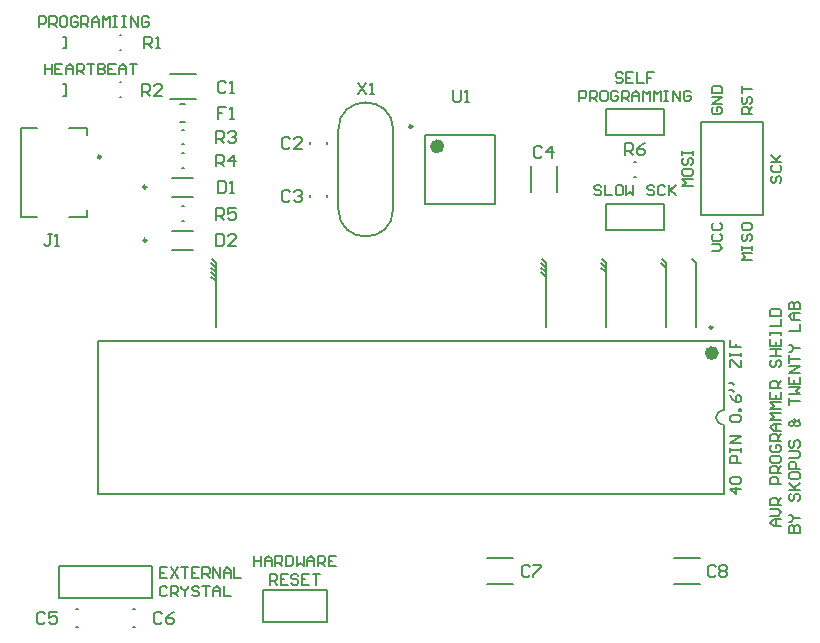
<source format=gbr>
%TF.GenerationSoftware,Altium Limited,Altium Designer,20.2.6 (244)*%
G04 Layer_Color=65535*
%FSLAX26Y26*%
%MOIN*%
%TF.SameCoordinates,5A7C1849-F1A5-4743-A48D-7E663CB7BB3B*%
%TF.FilePolarity,Positive*%
%TF.FileFunction,Legend,Top*%
%TF.Part,Single*%
G01*
G75*
%TA.AperFunction,NonConductor*%
%ADD43C,0.007874*%
%ADD44C,0.009842*%
%ADD45C,0.023622*%
D43*
X2295276Y753346D02*
G03*
X2295276Y703346I0J-25000D01*
G01*
X1010827Y1423228D02*
G03*
X1193898Y1423228I91535J0D01*
G01*
Y1687008D02*
G03*
X1010827Y1687008I-91535J0D01*
G01*
X760236Y47047D02*
X972047D01*
X760236D02*
Y152953D01*
X972047D01*
Y47047D02*
Y152953D01*
X208661Y982284D02*
X2295276D01*
X208661Y474409D02*
X2295276D01*
Y753346D02*
Y982284D01*
Y474409D02*
Y703346D01*
X208661Y474409D02*
Y982284D01*
X2101968Y1028347D02*
Y1238032D01*
Y1243032D01*
X2090000Y1255000D02*
X2101968Y1243032D01*
X1690000Y1255000D02*
X1701968Y1243032D01*
Y1028347D02*
Y1243032D01*
X601968Y1028347D02*
Y1243032D01*
X590000Y1255000D02*
X601968Y1243032D01*
X2201968Y1028347D02*
Y1243032D01*
X2190000Y1255000D02*
X2201968Y1243032D01*
X1901968Y1028347D02*
Y1243032D01*
X1890000Y1255000D02*
X1901968Y1243032D01*
X2088032Y1241968D02*
X2100000Y1230000D01*
X1888032Y1241968D02*
X1900000Y1230000D01*
X1888032Y1226968D02*
X1900000Y1215000D01*
X1688032Y1241968D02*
X1700000Y1230000D01*
X1688032Y1226968D02*
X1700000Y1215000D01*
X1688032Y1211968D02*
X1700000Y1200000D01*
X588032Y1241968D02*
X600000Y1230000D01*
X588032Y1226968D02*
X600000Y1215000D01*
X588032Y1211968D02*
X600000Y1200000D01*
X588032Y1196968D02*
X600000Y1185000D01*
X1301181Y1438976D02*
X1533465D01*
X1301181Y1671260D02*
X1533465D01*
Y1438976D02*
Y1671260D01*
X1301181Y1438976D02*
Y1671260D01*
X327047Y31457D02*
X332953D01*
X327047Y88543D02*
X332953D01*
X1739291Y1480315D02*
Y1566929D01*
X1654646Y1480315D02*
Y1566929D01*
X916339Y1640748D02*
Y1646654D01*
X973425Y1640748D02*
Y1646654D01*
Y1463583D02*
Y1469488D01*
X916339Y1463583D02*
Y1469488D01*
X1193898Y1423228D02*
Y1687008D01*
X1010827Y1423228D02*
Y1687008D01*
X1903740Y1354331D02*
Y1440945D01*
Y1354331D02*
X2096260D01*
Y1440945D01*
X1903740D02*
X2096260D01*
Y1669291D02*
Y1755906D01*
X1903740D02*
X2096260D01*
X1903740Y1669291D02*
Y1755906D01*
Y1669291D02*
X2096260D01*
X2128661Y258858D02*
X2215276D01*
X2128661Y174213D02*
X2215276D01*
X137047Y31457D02*
X142953D01*
X137047Y88543D02*
X142953D01*
X79094Y127047D02*
Y232953D01*
Y127047D02*
X390906D01*
Y232953D01*
X79094D02*
X390906D01*
X172835Y1671260D02*
Y1692913D01*
X113780D02*
X172835D01*
X-47638D02*
X7480D01*
X-47638Y1397638D02*
X7480D01*
X113780D02*
X172835D01*
Y1419291D01*
X-47638Y1397638D02*
Y1692913D01*
X483268Y1712598D02*
X500984D01*
X483268Y1771654D02*
X500984D01*
X489267Y1638780D02*
X494985D01*
X489267Y1687992D02*
X494985D01*
X489267Y1560039D02*
X494985D01*
X489267Y1609252D02*
X494985D01*
X489267Y1382874D02*
X494985D01*
X489267Y1432087D02*
X494985D01*
X457677Y1287401D02*
X526575D01*
X457677Y1350394D02*
X526575D01*
X457677Y1464567D02*
X526575D01*
X457677Y1527559D02*
X526575D01*
X1997141Y1530512D02*
X2002859D01*
X1997141Y1579724D02*
X2002859D01*
X2219882Y1713386D02*
X2425787D01*
X2219882Y1401575D02*
Y1713386D01*
X2425787Y1401575D02*
Y1713386D01*
X2219882Y1401575D02*
X2425787D01*
X1506693Y174213D02*
X1593307D01*
X1506693Y258858D02*
X1593307D01*
X448819Y1873032D02*
X535433D01*
X448819Y1788386D02*
X535433D01*
X282575Y1845472D02*
X288292D01*
X282575Y1796260D02*
X288292D01*
X104331Y1801181D02*
Y1840551D01*
X92520D02*
X104331D01*
X92520Y1801181D02*
X104331D01*
X282575Y2002953D02*
X288292D01*
X282575Y1953740D02*
X288292D01*
X104331Y1958661D02*
Y1998032D01*
X92520D02*
X104331D01*
X92520Y1958661D02*
X104331D01*
X730359Y267665D02*
Y232243D01*
Y249954D01*
X753973D01*
Y267665D01*
Y232243D01*
X765780D02*
Y255857D01*
X777588Y267665D01*
X789395Y255857D01*
Y232243D01*
Y249954D01*
X765780D01*
X801202Y232243D02*
Y267665D01*
X818913D01*
X824817Y261761D01*
Y249954D01*
X818913Y244050D01*
X801202D01*
X813009D02*
X824817Y232243D01*
X836624Y267665D02*
Y232243D01*
X854335D01*
X860238Y238147D01*
Y261761D01*
X854335Y267665D01*
X836624D01*
X872045D02*
Y232243D01*
X883852Y244050D01*
X895660Y232243D01*
Y267665D01*
X907467Y232243D02*
Y255857D01*
X919274Y267665D01*
X931081Y255857D01*
Y232243D01*
Y249954D01*
X907467D01*
X942889Y232243D02*
Y267665D01*
X960599D01*
X966503Y261761D01*
Y249954D01*
X960599Y244050D01*
X942889D01*
X954696D02*
X966503Y232243D01*
X1001924Y267665D02*
X978310D01*
Y232243D01*
X1001924D01*
X978310Y249954D02*
X990117D01*
X783491Y170839D02*
Y206261D01*
X801202D01*
X807106Y200357D01*
Y188550D01*
X801202Y182647D01*
X783491D01*
X795298D02*
X807106Y170839D01*
X842527Y206261D02*
X818913D01*
Y170839D01*
X842527D01*
X818913Y188550D02*
X830720D01*
X877949Y200357D02*
X872045Y206261D01*
X860238D01*
X854335Y200357D01*
Y194454D01*
X860238Y188550D01*
X872045D01*
X877949Y182647D01*
Y176743D01*
X872045Y170839D01*
X860238D01*
X854335Y176743D01*
X913370Y206261D02*
X889756D01*
Y170839D01*
X913370D01*
X889756Y188550D02*
X901563D01*
X925178Y206261D02*
X948792D01*
X936985D01*
Y170839D01*
X440111Y228413D02*
X416496D01*
Y192991D01*
X440111D01*
X416496Y210702D02*
X428303D01*
X451918Y228413D02*
X475532Y192991D01*
Y228413D02*
X451918Y192991D01*
X487339Y228413D02*
X510954D01*
X499147D01*
Y192991D01*
X546375Y228413D02*
X522761D01*
Y192991D01*
X546375D01*
X522761Y210702D02*
X534568D01*
X558183Y192991D02*
Y228413D01*
X575893D01*
X581797Y222509D01*
Y210702D01*
X575893Y204798D01*
X558183D01*
X569990D02*
X581797Y192991D01*
X593604D02*
Y228413D01*
X617218Y192991D01*
Y228413D01*
X629026Y192991D02*
Y216605D01*
X640833Y228413D01*
X652640Y216605D01*
Y192991D01*
Y210702D01*
X629026D01*
X664447Y228413D02*
Y192991D01*
X688062D01*
X440111Y161106D02*
X434207Y167009D01*
X422400D01*
X416496Y161106D01*
Y137491D01*
X422400Y131588D01*
X434207D01*
X440111Y137491D01*
X451918Y131588D02*
Y167009D01*
X469628D01*
X475532Y161106D01*
Y149298D01*
X469628Y143395D01*
X451918D01*
X463725D02*
X475532Y131588D01*
X487339Y167009D02*
Y161106D01*
X499147Y149298D01*
X510954Y161106D01*
Y167009D01*
X499147Y149298D02*
Y131588D01*
X546375Y161106D02*
X540472Y167009D01*
X528664D01*
X522761Y161106D01*
Y155202D01*
X528664Y149298D01*
X540472D01*
X546375Y143395D01*
Y137491D01*
X540472Y131588D01*
X528664D01*
X522761Y137491D01*
X558183Y167009D02*
X581797D01*
X569990D01*
Y131588D01*
X593604D02*
Y155202D01*
X605411Y167009D01*
X617218Y155202D01*
Y131588D01*
Y149298D01*
X593604D01*
X629026Y167009D02*
Y131588D01*
X652640D01*
X1958675Y1873218D02*
X1952771Y1879121D01*
X1940964D01*
X1935060Y1873218D01*
Y1867314D01*
X1940964Y1861410D01*
X1952771D01*
X1958675Y1855507D01*
Y1849603D01*
X1952771Y1843700D01*
X1940964D01*
X1935060Y1849603D01*
X1994096Y1879121D02*
X1970482D01*
Y1843700D01*
X1994096D01*
X1970482Y1861410D02*
X1982289D01*
X2005904Y1879121D02*
Y1843700D01*
X2029518D01*
X2064940Y1879121D02*
X2041325D01*
Y1861410D01*
X2053132D01*
X2041325D01*
Y1843700D01*
X1814037Y1782296D02*
Y1817718D01*
X1831747D01*
X1837651Y1811814D01*
Y1800007D01*
X1831747Y1794103D01*
X1814037D01*
X1849458Y1782296D02*
Y1817718D01*
X1867169D01*
X1873073Y1811814D01*
Y1800007D01*
X1867169Y1794103D01*
X1849458D01*
X1861265D02*
X1873073Y1782296D01*
X1902591Y1817718D02*
X1890783D01*
X1884880Y1811814D01*
Y1788200D01*
X1890783Y1782296D01*
X1902591D01*
X1908494Y1788200D01*
Y1811814D01*
X1902591Y1817718D01*
X1943916Y1811814D02*
X1938012Y1817718D01*
X1926205D01*
X1920301Y1811814D01*
Y1788200D01*
X1926205Y1782296D01*
X1938012D01*
X1943916Y1788200D01*
Y1800007D01*
X1932109D01*
X1955723Y1782296D02*
Y1817718D01*
X1973434D01*
X1979337Y1811814D01*
Y1800007D01*
X1973434Y1794103D01*
X1955723D01*
X1967530D02*
X1979337Y1782296D01*
X1991145D02*
Y1805911D01*
X2002952Y1817718D01*
X2014759Y1805911D01*
Y1782296D01*
Y1800007D01*
X1991145D01*
X2026566Y1782296D02*
Y1817718D01*
X2038373Y1805911D01*
X2050181Y1817718D01*
Y1782296D01*
X2061988D02*
Y1817718D01*
X2073795Y1805911D01*
X2085602Y1817718D01*
Y1782296D01*
X2097409Y1817718D02*
X2109217D01*
X2103313D01*
Y1782296D01*
X2097409D01*
X2109217D01*
X2126927D02*
Y1817718D01*
X2150542Y1782296D01*
Y1817718D01*
X2185963Y1811814D02*
X2180060Y1817718D01*
X2168253D01*
X2162349Y1811814D01*
Y1788200D01*
X2168253Y1782296D01*
X2180060D01*
X2185963Y1788200D01*
Y1800007D01*
X2174156D01*
X2487009Y365275D02*
X2463394D01*
X2451587Y377083D01*
X2463394Y388890D01*
X2487009D01*
X2469298D01*
Y365275D01*
X2451587Y400697D02*
X2475202D01*
X2487009Y412504D01*
X2475202Y424311D01*
X2451587D01*
X2487009Y436119D02*
X2451587D01*
Y453829D01*
X2457491Y459733D01*
X2469298D01*
X2475202Y453829D01*
Y436119D01*
Y447926D02*
X2487009Y459733D01*
Y506962D02*
X2451587D01*
Y524673D01*
X2457491Y530576D01*
X2469298D01*
X2475202Y524673D01*
Y506962D01*
X2487009Y542383D02*
X2451587D01*
Y560094D01*
X2457491Y565998D01*
X2469298D01*
X2475202Y560094D01*
Y542383D01*
Y554191D02*
X2487009Y565998D01*
X2451587Y595516D02*
Y583709D01*
X2457491Y577805D01*
X2481105D01*
X2487009Y583709D01*
Y595516D01*
X2481105Y601419D01*
X2457491D01*
X2451587Y595516D01*
X2457491Y636841D02*
X2451587Y630937D01*
Y619130D01*
X2457491Y613227D01*
X2481105D01*
X2487009Y619130D01*
Y630937D01*
X2481105Y636841D01*
X2469298D01*
Y625034D01*
X2487009Y648648D02*
X2451587D01*
Y666359D01*
X2457491Y672263D01*
X2469298D01*
X2475202Y666359D01*
Y648648D01*
Y660455D02*
X2487009Y672263D01*
Y684070D02*
X2463394D01*
X2451587Y695877D01*
X2463394Y707684D01*
X2487009D01*
X2469298D01*
Y684070D01*
X2487009Y719491D02*
X2451587D01*
X2463394Y731299D01*
X2451587Y743106D01*
X2487009D01*
Y754913D02*
X2451587D01*
X2463394Y766720D01*
X2451587Y778527D01*
X2487009D01*
X2451587Y813949D02*
Y790335D01*
X2487009D01*
Y813949D01*
X2469298Y790335D02*
Y802142D01*
X2487009Y825756D02*
X2451587D01*
Y843467D01*
X2457491Y849371D01*
X2469298D01*
X2475202Y843467D01*
Y825756D01*
Y837563D02*
X2487009Y849371D01*
X2457491Y920214D02*
X2451587Y914310D01*
Y902503D01*
X2457491Y896599D01*
X2463394D01*
X2469298Y902503D01*
Y914310D01*
X2475202Y920214D01*
X2481105D01*
X2487009Y914310D01*
Y902503D01*
X2481105Y896599D01*
X2451587Y932021D02*
X2487009D01*
X2469298D01*
Y955635D01*
X2451587D01*
X2487009D01*
X2451587Y991057D02*
Y967443D01*
X2487009D01*
Y991057D01*
X2469298Y967443D02*
Y979250D01*
X2451587Y1002864D02*
Y1014671D01*
Y1008768D01*
X2487009D01*
Y1002864D01*
Y1014671D01*
X2451587Y1032382D02*
X2487009D01*
Y1055997D01*
X2451587Y1067804D02*
X2487009D01*
Y1085515D01*
X2481105Y1091418D01*
X2457491D01*
X2451587Y1085515D01*
Y1067804D01*
X2512991Y344613D02*
X2548412D01*
Y362324D01*
X2542509Y368227D01*
X2536605D01*
X2530702Y362324D01*
Y344613D01*
Y362324D01*
X2524798Y368227D01*
X2518894D01*
X2512991Y362324D01*
Y344613D01*
Y380034D02*
X2518894D01*
X2530702Y391842D01*
X2518894Y403649D01*
X2512991D01*
X2530702Y391842D02*
X2548412D01*
X2518894Y474492D02*
X2512991Y468588D01*
Y456781D01*
X2518894Y450878D01*
X2524798D01*
X2530702Y456781D01*
Y468588D01*
X2536605Y474492D01*
X2542509D01*
X2548412Y468588D01*
Y456781D01*
X2542509Y450878D01*
X2512991Y486299D02*
X2548412D01*
X2536605D01*
X2512991Y509914D01*
X2530702Y492203D01*
X2548412Y509914D01*
X2512991Y539432D02*
Y527624D01*
X2518894Y521721D01*
X2542509D01*
X2548412Y527624D01*
Y539432D01*
X2542509Y545335D01*
X2518894D01*
X2512991Y539432D01*
X2548412Y557142D02*
X2512991D01*
Y574853D01*
X2518894Y580757D01*
X2530702D01*
X2536605Y574853D01*
Y557142D01*
X2512991Y592564D02*
X2542509D01*
X2548412Y598468D01*
Y610275D01*
X2542509Y616178D01*
X2512991D01*
X2518894Y651600D02*
X2512991Y645696D01*
Y633889D01*
X2518894Y627986D01*
X2524798D01*
X2530702Y633889D01*
Y645696D01*
X2536605Y651600D01*
X2542509D01*
X2548412Y645696D01*
Y633889D01*
X2542509Y627986D01*
X2548412Y722443D02*
X2542509Y716540D01*
X2548412Y710636D01*
Y704732D01*
X2542509Y698829D01*
X2536605D01*
X2530702Y704732D01*
X2524798Y698829D01*
X2518894D01*
X2512991Y704732D01*
Y710636D01*
X2518894Y716540D01*
X2524798D01*
X2530702Y710636D01*
X2536605Y716540D01*
X2542509D01*
X2530702Y722443D02*
X2536605Y716540D01*
X2530702Y704732D02*
Y710636D01*
X2512991Y769672D02*
Y793286D01*
Y781479D01*
X2548412D01*
X2512991Y805094D02*
X2548412D01*
X2536605Y816901D01*
X2548412Y828708D01*
X2512991D01*
Y864130D02*
Y840515D01*
X2548412D01*
Y864130D01*
X2530702Y840515D02*
Y852322D01*
X2548412Y875937D02*
X2512991D01*
X2548412Y899551D01*
X2512991D01*
Y911358D02*
Y934973D01*
Y923166D01*
X2548412D01*
X2512991Y946780D02*
X2518894D01*
X2530702Y958587D01*
X2518894Y970394D01*
X2512991D01*
X2530702Y958587D02*
X2548412D01*
X2512991Y1017623D02*
X2548412D01*
Y1041238D01*
Y1053045D02*
X2524798D01*
X2512991Y1064852D01*
X2524798Y1076659D01*
X2548412D01*
X2530702D01*
Y1053045D01*
X2512991Y1088466D02*
X2548412D01*
Y1106177D01*
X2542509Y1112081D01*
X2536605D01*
X2530702Y1106177D01*
Y1088466D01*
Y1106177D01*
X2524798Y1112081D01*
X2518894D01*
X2512991Y1106177D01*
Y1088466D01*
X2353340Y489251D02*
X2317918D01*
X2335629Y471540D01*
Y495154D01*
X2323822Y506962D02*
X2317918Y512865D01*
Y524672D01*
X2323822Y530576D01*
X2347436D01*
X2353340Y524672D01*
Y512865D01*
X2347436Y506962D01*
X2323822D01*
X2353340Y577805D02*
X2317918D01*
Y595516D01*
X2323822Y601419D01*
X2335629D01*
X2341532Y595516D01*
Y577805D01*
X2317918Y613226D02*
Y625034D01*
Y619130D01*
X2353340D01*
Y613226D01*
Y625034D01*
Y642744D02*
X2317918D01*
X2353340Y666359D01*
X2317918D01*
X2323822Y713588D02*
X2317918Y719491D01*
Y731298D01*
X2323822Y737202D01*
X2347436D01*
X2353340Y731298D01*
Y719491D01*
X2347436Y713588D01*
X2323822D01*
X2353340Y749009D02*
X2347436D01*
Y754913D01*
X2353340D01*
Y749009D01*
X2317918Y802142D02*
X2323822Y790334D01*
X2335629Y778527D01*
X2347436D01*
X2353340Y784431D01*
Y796238D01*
X2347436Y802142D01*
X2341532D01*
X2335629Y796238D01*
Y778527D01*
X2312014Y819852D02*
X2323822D01*
X2329725Y813949D01*
X2312014Y843467D02*
X2323822D01*
X2329725Y837563D01*
X2317918Y896599D02*
Y920214D01*
X2323822D01*
X2347436Y896599D01*
X2353340D01*
Y920214D01*
X2317918Y932021D02*
Y943828D01*
Y937924D01*
X2353340D01*
Y932021D01*
Y943828D01*
X2317918Y985153D02*
Y961539D01*
X2335629D01*
Y973346D01*
Y961539D01*
X2353340D01*
X12835Y2029533D02*
Y2064955D01*
X30546D01*
X36449Y2059051D01*
Y2047244D01*
X30546Y2041341D01*
X12835D01*
X48257Y2029533D02*
Y2064955D01*
X65967D01*
X71871Y2059051D01*
Y2047244D01*
X65967Y2041341D01*
X48257D01*
X60064D02*
X71871Y2029533D01*
X101389Y2064955D02*
X89582D01*
X83678Y2059051D01*
Y2035437D01*
X89582Y2029533D01*
X101389D01*
X107293Y2035437D01*
Y2059051D01*
X101389Y2064955D01*
X142714Y2059051D02*
X136810Y2064955D01*
X125003D01*
X119100Y2059051D01*
Y2035437D01*
X125003Y2029533D01*
X136810D01*
X142714Y2035437D01*
Y2047244D01*
X130907D01*
X154521Y2029533D02*
Y2064955D01*
X172232D01*
X178136Y2059051D01*
Y2047244D01*
X172232Y2041341D01*
X154521D01*
X166328D02*
X178136Y2029533D01*
X189943D02*
Y2053148D01*
X201750Y2064955D01*
X213557Y2053148D01*
Y2029533D01*
Y2047244D01*
X189943D01*
X225364Y2029533D02*
Y2064955D01*
X237172Y2053148D01*
X248979Y2064955D01*
Y2029533D01*
X260786Y2064955D02*
X272593D01*
X266690D01*
Y2029533D01*
X260786D01*
X272593D01*
X290304Y2064955D02*
X302111D01*
X296208D01*
Y2029533D01*
X290304D01*
X302111D01*
X319822D02*
Y2064955D01*
X343437Y2029533D01*
Y2064955D01*
X378858Y2059051D02*
X372954Y2064955D01*
X361147D01*
X355244Y2059051D01*
Y2035437D01*
X361147Y2029533D01*
X372954D01*
X378858Y2035437D01*
Y2047244D01*
X367051D01*
X32353Y1907475D02*
Y1872053D01*
Y1889764D01*
X55967D01*
Y1907475D01*
Y1872053D01*
X91389Y1907475D02*
X67775D01*
Y1872053D01*
X91389D01*
X67775Y1889764D02*
X79582D01*
X103196Y1872053D02*
Y1895667D01*
X115003Y1907475D01*
X126811Y1895667D01*
Y1872053D01*
Y1889764D01*
X103196D01*
X138618Y1872053D02*
Y1907475D01*
X156328D01*
X162232Y1901571D01*
Y1889764D01*
X156328Y1883860D01*
X138618D01*
X150425D02*
X162232Y1872053D01*
X174039Y1907475D02*
X197654D01*
X185846D01*
Y1872053D01*
X209461Y1907475D02*
Y1872053D01*
X227172D01*
X233075Y1877957D01*
Y1883860D01*
X227172Y1889764D01*
X209461D01*
X227172D01*
X233075Y1895667D01*
Y1901571D01*
X227172Y1907475D01*
X209461D01*
X268497D02*
X244882D01*
Y1872053D01*
X268497D01*
X244882Y1889764D02*
X256690D01*
X280304Y1872053D02*
Y1895667D01*
X292111Y1907475D01*
X303918Y1895667D01*
Y1872053D01*
Y1889764D01*
X280304D01*
X315726Y1907475D02*
X339340D01*
X327533D01*
Y1872053D01*
X1887832Y1498028D02*
X1881928Y1503931D01*
X1870121D01*
X1864217Y1498028D01*
Y1492124D01*
X1870121Y1486220D01*
X1881928D01*
X1887832Y1480317D01*
Y1474413D01*
X1881928Y1468510D01*
X1870121D01*
X1864217Y1474413D01*
X1899639Y1503931D02*
Y1468510D01*
X1923253D01*
X1952771Y1503931D02*
X1940964D01*
X1935060Y1498028D01*
Y1474413D01*
X1940964Y1468510D01*
X1952771D01*
X1958675Y1474413D01*
Y1498028D01*
X1952771Y1503931D01*
X1970482D02*
Y1468510D01*
X1982289Y1480317D01*
X1994096Y1468510D01*
Y1503931D01*
X2064940Y1498028D02*
X2059036Y1503931D01*
X2047229D01*
X2041325Y1498028D01*
Y1492124D01*
X2047229Y1486220D01*
X2059036D01*
X2064940Y1480317D01*
Y1474413D01*
X2059036Y1468510D01*
X2047229D01*
X2041325Y1474413D01*
X2100361Y1498028D02*
X2094458Y1503931D01*
X2082650D01*
X2076747Y1498028D01*
Y1474413D01*
X2082650Y1468510D01*
X2094458D01*
X2100361Y1474413D01*
X2112168Y1503931D02*
Y1468510D01*
Y1480317D01*
X2135783Y1503931D01*
X2118072Y1486220D01*
X2135783Y1468510D01*
X2458547Y1533866D02*
X2452643Y1527962D01*
Y1516155D01*
X2458547Y1510252D01*
X2464450D01*
X2470354Y1516155D01*
Y1527962D01*
X2476258Y1533866D01*
X2482161D01*
X2488065Y1527962D01*
Y1516155D01*
X2482161Y1510252D01*
X2458547Y1569287D02*
X2452643Y1563384D01*
Y1551577D01*
X2458547Y1545673D01*
X2482161D01*
X2488065Y1551577D01*
Y1563384D01*
X2482161Y1569287D01*
X2452643Y1581095D02*
X2488065D01*
X2476258D01*
X2452643Y1604709D01*
X2470354Y1586998D01*
X2488065Y1604709D01*
X2390545Y1738976D02*
X2355124D01*
Y1756687D01*
X2361027Y1762591D01*
X2372835D01*
X2378738Y1756687D01*
Y1738976D01*
Y1750784D02*
X2390545Y1762591D01*
X2361027Y1798012D02*
X2355124Y1792109D01*
Y1780302D01*
X2361027Y1774398D01*
X2366931D01*
X2372835Y1780302D01*
Y1792109D01*
X2378738Y1798012D01*
X2384642D01*
X2390545Y1792109D01*
Y1780302D01*
X2384642Y1774398D01*
X2355124Y1809820D02*
Y1833434D01*
Y1821627D01*
X2390545D01*
X2261027Y1762591D02*
X2255124Y1756687D01*
Y1744880D01*
X2261027Y1738976D01*
X2284642D01*
X2290545Y1744880D01*
Y1756687D01*
X2284642Y1762591D01*
X2272835D01*
Y1750784D01*
X2290545Y1774398D02*
X2255124D01*
X2290545Y1798012D01*
X2255124D01*
Y1809820D02*
X2290545D01*
Y1827530D01*
X2284642Y1833434D01*
X2261027D01*
X2255124Y1827530D01*
Y1809820D01*
X2390545Y1251993D02*
X2355124D01*
X2366931Y1263801D01*
X2355124Y1275608D01*
X2390545D01*
X2355124Y1287415D02*
Y1299222D01*
Y1293319D01*
X2390545D01*
Y1287415D01*
Y1299222D01*
X2361027Y1340547D02*
X2355124Y1334644D01*
Y1322837D01*
X2361027Y1316933D01*
X2366931D01*
X2372835Y1322837D01*
Y1334644D01*
X2378738Y1340547D01*
X2384642D01*
X2390545Y1334644D01*
Y1322837D01*
X2384642Y1316933D01*
X2355124Y1370065D02*
Y1358258D01*
X2361027Y1352355D01*
X2384642D01*
X2390545Y1358258D01*
Y1370065D01*
X2384642Y1375969D01*
X2361027D01*
X2355124Y1370065D01*
X2255124Y1281511D02*
X2278738D01*
X2290545Y1293319D01*
X2278738Y1305126D01*
X2255124D01*
X2261027Y1340547D02*
X2255124Y1334644D01*
Y1322837D01*
X2261027Y1316933D01*
X2284642D01*
X2290545Y1322837D01*
Y1334644D01*
X2284642Y1340547D01*
X2261027Y1375969D02*
X2255124Y1370065D01*
Y1358258D01*
X2261027Y1352355D01*
X2284642D01*
X2290545Y1358258D01*
Y1370065D01*
X2284642Y1375969D01*
X2193065Y1498444D02*
X2157643D01*
X2169450Y1510252D01*
X2157643Y1522059D01*
X2193065D01*
X2157643Y1551577D02*
Y1539770D01*
X2163547Y1533866D01*
X2187161D01*
X2193065Y1539770D01*
Y1551577D01*
X2187161Y1557480D01*
X2163547D01*
X2157643Y1551577D01*
X2163547Y1592902D02*
X2157643Y1586998D01*
Y1575191D01*
X2163547Y1569287D01*
X2169450D01*
X2175354Y1575191D01*
Y1586998D01*
X2181258Y1592902D01*
X2187161D01*
X2193065Y1586998D01*
Y1575191D01*
X2187161Y1569287D01*
X2157643Y1604709D02*
Y1616516D01*
Y1610613D01*
X2193065D01*
Y1604709D01*
Y1616516D01*
X2268440Y229655D02*
X2261881Y236214D01*
X2248762D01*
X2242202Y229655D01*
Y203416D01*
X2248762Y196857D01*
X2261881D01*
X2268440Y203416D01*
X2281560Y229655D02*
X2288119Y236214D01*
X2301238D01*
X2307798Y229655D01*
Y223095D01*
X2301238Y216535D01*
X2307798Y209976D01*
Y203416D01*
X2301238Y196857D01*
X2288119D01*
X2281560Y203416D01*
Y209976D01*
X2288119Y216535D01*
X2281560Y223095D01*
Y229655D01*
X2288119Y216535D02*
X2301238D01*
X33440Y73119D02*
X26881Y79679D01*
X13762D01*
X7202Y73119D01*
Y46881D01*
X13762Y40321D01*
X26881D01*
X33440Y46881D01*
X72798Y79679D02*
X46560D01*
Y60000D01*
X59679Y66559D01*
X66238D01*
X72798Y60000D01*
Y46881D01*
X66238Y40321D01*
X53119D01*
X46560Y46881D01*
X423440Y73119D02*
X416881Y79679D01*
X403762D01*
X397202Y73119D01*
Y46881D01*
X403762Y40321D01*
X416881D01*
X423440Y46881D01*
X462798Y79679D02*
X449679Y73119D01*
X436560Y60000D01*
Y46881D01*
X443119Y40321D01*
X456238D01*
X462798Y46881D01*
Y53440D01*
X456238Y60000D01*
X436560D01*
X55000Y1339679D02*
X41881D01*
X48441D01*
Y1306881D01*
X41881Y1300321D01*
X35321D01*
X28762Y1306881D01*
X68119Y1300321D02*
X81238D01*
X74679D01*
Y1339679D01*
X68119Y1333119D01*
X1076124Y1844679D02*
X1102362Y1805321D01*
Y1844679D02*
X1076124Y1805321D01*
X1115481D02*
X1128601D01*
X1122041D01*
Y1844679D01*
X1115481Y1838119D01*
X1393762Y1819679D02*
Y1786881D01*
X1400321Y1780321D01*
X1413440D01*
X1420000Y1786881D01*
Y1819679D01*
X1433119Y1780321D02*
X1446238D01*
X1439679D01*
Y1819679D01*
X1433119Y1813119D01*
X357557Y1801187D02*
Y1840545D01*
X377235D01*
X383795Y1833985D01*
Y1820866D01*
X377235Y1814306D01*
X357557D01*
X370676D02*
X383795Y1801187D01*
X423152D02*
X396914D01*
X423152Y1827426D01*
Y1833985D01*
X416593Y1840545D01*
X403474D01*
X396914Y1833985D01*
X364116Y1958668D02*
Y1998025D01*
X383795D01*
X390354Y1991466D01*
Y1978347D01*
X383795Y1971787D01*
X364116D01*
X377235D02*
X390354Y1958668D01*
X403474D02*
X416593D01*
X410033D01*
Y1998025D01*
X403474Y1991466D01*
X1967202Y1604337D02*
Y1643694D01*
X1986881D01*
X1993440Y1637135D01*
Y1624016D01*
X1986881Y1617456D01*
X1967202D01*
X1980321D02*
X1993440Y1604337D01*
X2032798Y1643694D02*
X2019679Y1637135D01*
X2006560Y1624016D01*
Y1610897D01*
X2013119Y1604337D01*
X2026238D01*
X2032798Y1610897D01*
Y1617456D01*
X2026238Y1624016D01*
X2006560D01*
X603029Y1387802D02*
Y1427159D01*
X622708D01*
X629267Y1420599D01*
Y1407480D01*
X622708Y1400921D01*
X603029D01*
X616148D02*
X629267Y1387802D01*
X668625Y1427159D02*
X642386D01*
Y1407480D01*
X655505Y1414040D01*
X662065D01*
X668625Y1407480D01*
Y1394361D01*
X662065Y1387802D01*
X648946D01*
X642386Y1394361D01*
X603029Y1564967D02*
Y1604324D01*
X622708D01*
X629267Y1597765D01*
Y1584646D01*
X622708Y1578086D01*
X603029D01*
X616148D02*
X629267Y1564967D01*
X662065D02*
Y1604324D01*
X642386Y1584646D01*
X668625D01*
X603029Y1643707D02*
Y1683064D01*
X622708D01*
X629267Y1676505D01*
Y1663386D01*
X622708Y1656826D01*
X603029D01*
X616148D02*
X629267Y1643707D01*
X642386Y1676505D02*
X648946Y1683064D01*
X662065D01*
X668625Y1676505D01*
Y1669945D01*
X662065Y1663386D01*
X655505D01*
X662065D01*
X668625Y1656826D01*
Y1650267D01*
X662065Y1643707D01*
X648946D01*
X642386Y1650267D01*
X635827Y1761805D02*
X609589D01*
Y1742126D01*
X622708D01*
X609589D01*
Y1722447D01*
X648946D02*
X662065D01*
X655506D01*
Y1761805D01*
X648946Y1755245D01*
X603029Y1338576D02*
Y1299219D01*
X622708D01*
X629267Y1305778D01*
Y1332017D01*
X622708Y1338576D01*
X603029D01*
X668625Y1299219D02*
X642386D01*
X668625Y1325457D01*
Y1332017D01*
X662065Y1338576D01*
X648946D01*
X642386Y1332017D01*
X609589Y1515742D02*
Y1476384D01*
X629267D01*
X635827Y1482944D01*
Y1509182D01*
X629267Y1515742D01*
X609589D01*
X648946Y1476384D02*
X662065D01*
X655506D01*
Y1515742D01*
X648946Y1509182D01*
X1690409Y1627292D02*
X1683849Y1633852D01*
X1670730D01*
X1664171Y1627292D01*
Y1601054D01*
X1670730Y1594495D01*
X1683849D01*
X1690409Y1601054D01*
X1723207Y1594495D02*
Y1633852D01*
X1703528Y1614173D01*
X1729766D01*
X1648440Y229655D02*
X1641881Y236214D01*
X1628762D01*
X1622202Y229655D01*
Y203416D01*
X1628762Y196857D01*
X1641881D01*
X1648440Y203416D01*
X1661560Y236214D02*
X1687798D01*
Y229655D01*
X1661560Y203416D01*
Y196857D01*
X635827Y1843119D02*
X629267Y1849679D01*
X616148D01*
X609589Y1843119D01*
Y1816881D01*
X616148Y1810321D01*
X629267D01*
X635827Y1816881D01*
X648946Y1810321D02*
X662065D01*
X655506D01*
Y1849679D01*
X648946Y1843119D01*
X849740Y1656820D02*
X843180Y1663380D01*
X830061D01*
X823501Y1656820D01*
Y1630582D01*
X830061Y1624022D01*
X843180D01*
X849740Y1630582D01*
X889097Y1624022D02*
X862859D01*
X889097Y1650260D01*
Y1656820D01*
X882538Y1663380D01*
X869418D01*
X862859Y1656820D01*
X849740Y1479655D02*
X843180Y1486214D01*
X830061D01*
X823501Y1479655D01*
Y1453416D01*
X830061Y1446857D01*
X843180D01*
X849740Y1453416D01*
X862859Y1479655D02*
X869418Y1486214D01*
X882538D01*
X889097Y1479655D01*
Y1473095D01*
X882538Y1466535D01*
X875978D01*
X882538D01*
X889097Y1459976D01*
Y1453416D01*
X882538Y1446857D01*
X869418D01*
X862859Y1453416D01*
D44*
X2258071Y1028347D02*
G03*
X2258071Y1028347I-4921J0D01*
G01*
X1256890Y1697835D02*
G03*
X1256890Y1697835I-4921J0D01*
G01*
X219095Y1596457D02*
G03*
X219095Y1596457I-4921J0D01*
G01*
X371063Y1318898D02*
G03*
X371063Y1318898I-4921J0D01*
G01*
Y1496063D02*
G03*
X371063Y1496063I-4921J0D01*
G01*
D45*
X2267716Y942913D02*
G03*
X2267716Y942913I-11811J0D01*
G01*
X1352362Y1631890D02*
G03*
X1352362Y1631890I-11811J0D01*
G01*
%TF.MD5,c94586a5c518ff5d0e0f70d4c83938c9*%
M02*

</source>
